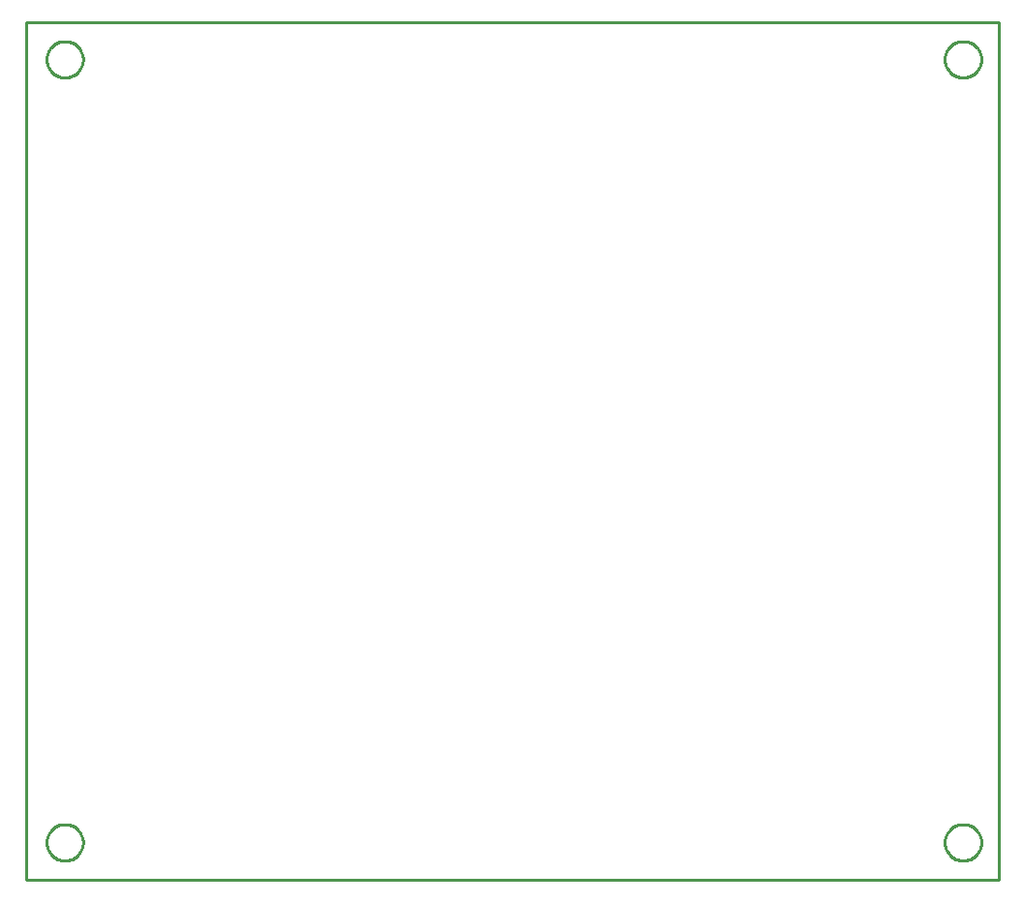
<source format=gbr>
G04 EAGLE Gerber RS-274X export*
G75*
%MOMM*%
%FSLAX34Y34*%
%LPD*%
%IN*%
%IPPOS*%
%AMOC8*
5,1,8,0,0,1.08239X$1,22.5*%
G01*
%ADD10C,0.254000*%


D10*
X-1474000Y1027100D02*
X-624000Y1027100D01*
X-624000Y1777100D01*
X-1474000Y1777100D01*
X-1474000Y1027100D01*
X-639125Y1744480D02*
X-639193Y1743443D01*
X-639329Y1742413D01*
X-639531Y1741393D01*
X-639800Y1740389D01*
X-640135Y1739405D01*
X-640532Y1738445D01*
X-640992Y1737513D01*
X-641512Y1736612D01*
X-642089Y1735748D01*
X-642722Y1734924D01*
X-643407Y1734142D01*
X-644142Y1733407D01*
X-644924Y1732722D01*
X-645748Y1732089D01*
X-646612Y1731512D01*
X-647513Y1730992D01*
X-648445Y1730532D01*
X-649405Y1730135D01*
X-650389Y1729800D01*
X-651393Y1729531D01*
X-652413Y1729329D01*
X-653443Y1729193D01*
X-654480Y1729125D01*
X-655520Y1729125D01*
X-656557Y1729193D01*
X-657587Y1729329D01*
X-658607Y1729531D01*
X-659611Y1729800D01*
X-660595Y1730135D01*
X-661555Y1730532D01*
X-662487Y1730992D01*
X-663388Y1731512D01*
X-664252Y1732089D01*
X-665076Y1732722D01*
X-665858Y1733407D01*
X-666593Y1734142D01*
X-667278Y1734924D01*
X-667911Y1735748D01*
X-668488Y1736612D01*
X-669008Y1737513D01*
X-669468Y1738445D01*
X-669865Y1739405D01*
X-670200Y1740389D01*
X-670469Y1741393D01*
X-670671Y1742413D01*
X-670807Y1743443D01*
X-670875Y1744480D01*
X-670875Y1745520D01*
X-670807Y1746557D01*
X-670671Y1747587D01*
X-670469Y1748607D01*
X-670200Y1749611D01*
X-669865Y1750595D01*
X-669468Y1751555D01*
X-669008Y1752487D01*
X-668488Y1753388D01*
X-667911Y1754252D01*
X-667278Y1755076D01*
X-666593Y1755858D01*
X-665858Y1756593D01*
X-665076Y1757278D01*
X-664252Y1757911D01*
X-663388Y1758488D01*
X-662487Y1759008D01*
X-661555Y1759468D01*
X-660595Y1759865D01*
X-659611Y1760200D01*
X-658607Y1760469D01*
X-657587Y1760671D01*
X-656557Y1760807D01*
X-655520Y1760875D01*
X-654480Y1760875D01*
X-653443Y1760807D01*
X-652413Y1760671D01*
X-651393Y1760469D01*
X-650389Y1760200D01*
X-649405Y1759865D01*
X-648445Y1759468D01*
X-647513Y1759008D01*
X-646612Y1758488D01*
X-645748Y1757911D01*
X-644924Y1757278D01*
X-644142Y1756593D01*
X-643407Y1755858D01*
X-642722Y1755076D01*
X-642089Y1754252D01*
X-641512Y1753388D01*
X-640992Y1752487D01*
X-640532Y1751555D01*
X-640135Y1750595D01*
X-639800Y1749611D01*
X-639531Y1748607D01*
X-639329Y1747587D01*
X-639193Y1746557D01*
X-639125Y1745520D01*
X-639125Y1744480D01*
X-639125Y1059480D02*
X-639193Y1058443D01*
X-639329Y1057413D01*
X-639531Y1056393D01*
X-639800Y1055389D01*
X-640135Y1054405D01*
X-640532Y1053445D01*
X-640992Y1052513D01*
X-641512Y1051612D01*
X-642089Y1050748D01*
X-642722Y1049924D01*
X-643407Y1049142D01*
X-644142Y1048407D01*
X-644924Y1047722D01*
X-645748Y1047089D01*
X-646612Y1046512D01*
X-647513Y1045992D01*
X-648445Y1045532D01*
X-649405Y1045135D01*
X-650389Y1044800D01*
X-651393Y1044531D01*
X-652413Y1044329D01*
X-653443Y1044193D01*
X-654480Y1044125D01*
X-655520Y1044125D01*
X-656557Y1044193D01*
X-657587Y1044329D01*
X-658607Y1044531D01*
X-659611Y1044800D01*
X-660595Y1045135D01*
X-661555Y1045532D01*
X-662487Y1045992D01*
X-663388Y1046512D01*
X-664252Y1047089D01*
X-665076Y1047722D01*
X-665858Y1048407D01*
X-666593Y1049142D01*
X-667278Y1049924D01*
X-667911Y1050748D01*
X-668488Y1051612D01*
X-669008Y1052513D01*
X-669468Y1053445D01*
X-669865Y1054405D01*
X-670200Y1055389D01*
X-670469Y1056393D01*
X-670671Y1057413D01*
X-670807Y1058443D01*
X-670875Y1059480D01*
X-670875Y1060520D01*
X-670807Y1061557D01*
X-670671Y1062587D01*
X-670469Y1063607D01*
X-670200Y1064611D01*
X-669865Y1065595D01*
X-669468Y1066555D01*
X-669008Y1067487D01*
X-668488Y1068388D01*
X-667911Y1069252D01*
X-667278Y1070076D01*
X-666593Y1070858D01*
X-665858Y1071593D01*
X-665076Y1072278D01*
X-664252Y1072911D01*
X-663388Y1073488D01*
X-662487Y1074008D01*
X-661555Y1074468D01*
X-660595Y1074865D01*
X-659611Y1075200D01*
X-658607Y1075469D01*
X-657587Y1075671D01*
X-656557Y1075807D01*
X-655520Y1075875D01*
X-654480Y1075875D01*
X-653443Y1075807D01*
X-652413Y1075671D01*
X-651393Y1075469D01*
X-650389Y1075200D01*
X-649405Y1074865D01*
X-648445Y1074468D01*
X-647513Y1074008D01*
X-646612Y1073488D01*
X-645748Y1072911D01*
X-644924Y1072278D01*
X-644142Y1071593D01*
X-643407Y1070858D01*
X-642722Y1070076D01*
X-642089Y1069252D01*
X-641512Y1068388D01*
X-640992Y1067487D01*
X-640532Y1066555D01*
X-640135Y1065595D01*
X-639800Y1064611D01*
X-639531Y1063607D01*
X-639329Y1062587D01*
X-639193Y1061557D01*
X-639125Y1060520D01*
X-639125Y1059480D01*
X-1424125Y1059480D02*
X-1424193Y1058443D01*
X-1424329Y1057413D01*
X-1424531Y1056393D01*
X-1424800Y1055389D01*
X-1425135Y1054405D01*
X-1425532Y1053445D01*
X-1425992Y1052513D01*
X-1426512Y1051612D01*
X-1427089Y1050748D01*
X-1427722Y1049924D01*
X-1428407Y1049142D01*
X-1429142Y1048407D01*
X-1429924Y1047722D01*
X-1430748Y1047089D01*
X-1431612Y1046512D01*
X-1432513Y1045992D01*
X-1433445Y1045532D01*
X-1434405Y1045135D01*
X-1435389Y1044800D01*
X-1436393Y1044531D01*
X-1437413Y1044329D01*
X-1438443Y1044193D01*
X-1439480Y1044125D01*
X-1440520Y1044125D01*
X-1441557Y1044193D01*
X-1442587Y1044329D01*
X-1443607Y1044531D01*
X-1444611Y1044800D01*
X-1445595Y1045135D01*
X-1446555Y1045532D01*
X-1447487Y1045992D01*
X-1448388Y1046512D01*
X-1449252Y1047089D01*
X-1450076Y1047722D01*
X-1450858Y1048407D01*
X-1451593Y1049142D01*
X-1452278Y1049924D01*
X-1452911Y1050748D01*
X-1453488Y1051612D01*
X-1454008Y1052513D01*
X-1454468Y1053445D01*
X-1454865Y1054405D01*
X-1455200Y1055389D01*
X-1455469Y1056393D01*
X-1455671Y1057413D01*
X-1455807Y1058443D01*
X-1455875Y1059480D01*
X-1455875Y1060520D01*
X-1455807Y1061557D01*
X-1455671Y1062587D01*
X-1455469Y1063607D01*
X-1455200Y1064611D01*
X-1454865Y1065595D01*
X-1454468Y1066555D01*
X-1454008Y1067487D01*
X-1453488Y1068388D01*
X-1452911Y1069252D01*
X-1452278Y1070076D01*
X-1451593Y1070858D01*
X-1450858Y1071593D01*
X-1450076Y1072278D01*
X-1449252Y1072911D01*
X-1448388Y1073488D01*
X-1447487Y1074008D01*
X-1446555Y1074468D01*
X-1445595Y1074865D01*
X-1444611Y1075200D01*
X-1443607Y1075469D01*
X-1442587Y1075671D01*
X-1441557Y1075807D01*
X-1440520Y1075875D01*
X-1439480Y1075875D01*
X-1438443Y1075807D01*
X-1437413Y1075671D01*
X-1436393Y1075469D01*
X-1435389Y1075200D01*
X-1434405Y1074865D01*
X-1433445Y1074468D01*
X-1432513Y1074008D01*
X-1431612Y1073488D01*
X-1430748Y1072911D01*
X-1429924Y1072278D01*
X-1429142Y1071593D01*
X-1428407Y1070858D01*
X-1427722Y1070076D01*
X-1427089Y1069252D01*
X-1426512Y1068388D01*
X-1425992Y1067487D01*
X-1425532Y1066555D01*
X-1425135Y1065595D01*
X-1424800Y1064611D01*
X-1424531Y1063607D01*
X-1424329Y1062587D01*
X-1424193Y1061557D01*
X-1424125Y1060520D01*
X-1424125Y1059480D01*
X-1424125Y1744480D02*
X-1424193Y1743443D01*
X-1424329Y1742413D01*
X-1424531Y1741393D01*
X-1424800Y1740389D01*
X-1425135Y1739405D01*
X-1425532Y1738445D01*
X-1425992Y1737513D01*
X-1426512Y1736612D01*
X-1427089Y1735748D01*
X-1427722Y1734924D01*
X-1428407Y1734142D01*
X-1429142Y1733407D01*
X-1429924Y1732722D01*
X-1430748Y1732089D01*
X-1431612Y1731512D01*
X-1432513Y1730992D01*
X-1433445Y1730532D01*
X-1434405Y1730135D01*
X-1435389Y1729800D01*
X-1436393Y1729531D01*
X-1437413Y1729329D01*
X-1438443Y1729193D01*
X-1439480Y1729125D01*
X-1440520Y1729125D01*
X-1441557Y1729193D01*
X-1442587Y1729329D01*
X-1443607Y1729531D01*
X-1444611Y1729800D01*
X-1445595Y1730135D01*
X-1446555Y1730532D01*
X-1447487Y1730992D01*
X-1448388Y1731512D01*
X-1449252Y1732089D01*
X-1450076Y1732722D01*
X-1450858Y1733407D01*
X-1451593Y1734142D01*
X-1452278Y1734924D01*
X-1452911Y1735748D01*
X-1453488Y1736612D01*
X-1454008Y1737513D01*
X-1454468Y1738445D01*
X-1454865Y1739405D01*
X-1455200Y1740389D01*
X-1455469Y1741393D01*
X-1455671Y1742413D01*
X-1455807Y1743443D01*
X-1455875Y1744480D01*
X-1455875Y1745520D01*
X-1455807Y1746557D01*
X-1455671Y1747587D01*
X-1455469Y1748607D01*
X-1455200Y1749611D01*
X-1454865Y1750595D01*
X-1454468Y1751555D01*
X-1454008Y1752487D01*
X-1453488Y1753388D01*
X-1452911Y1754252D01*
X-1452278Y1755076D01*
X-1451593Y1755858D01*
X-1450858Y1756593D01*
X-1450076Y1757278D01*
X-1449252Y1757911D01*
X-1448388Y1758488D01*
X-1447487Y1759008D01*
X-1446555Y1759468D01*
X-1445595Y1759865D01*
X-1444611Y1760200D01*
X-1443607Y1760469D01*
X-1442587Y1760671D01*
X-1441557Y1760807D01*
X-1440520Y1760875D01*
X-1439480Y1760875D01*
X-1438443Y1760807D01*
X-1437413Y1760671D01*
X-1436393Y1760469D01*
X-1435389Y1760200D01*
X-1434405Y1759865D01*
X-1433445Y1759468D01*
X-1432513Y1759008D01*
X-1431612Y1758488D01*
X-1430748Y1757911D01*
X-1429924Y1757278D01*
X-1429142Y1756593D01*
X-1428407Y1755858D01*
X-1427722Y1755076D01*
X-1427089Y1754252D01*
X-1426512Y1753388D01*
X-1425992Y1752487D01*
X-1425532Y1751555D01*
X-1425135Y1750595D01*
X-1424800Y1749611D01*
X-1424531Y1748607D01*
X-1424329Y1747587D01*
X-1424193Y1746557D01*
X-1424125Y1745520D01*
X-1424125Y1744480D01*
M02*

</source>
